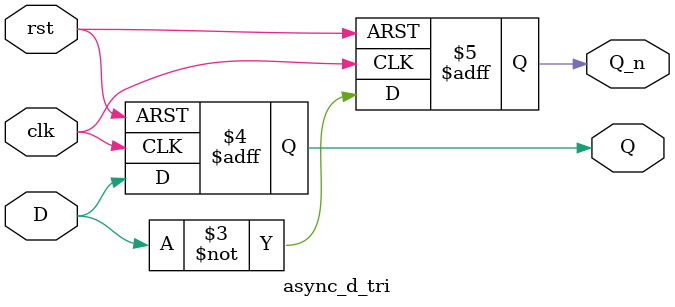
<source format=v>
`timescale 1ns / 1ps


module async_d_tri(
	input clk,
	input rst,
	input D,
	output reg Q,
	output reg Q_n
    );
	

	always @(posedge clk or negedge rst) begin 
		if(!rst) begin 
			Q = 0;
			Q_n = 1;
		end else begin 
			Q = D;
			Q_n = ~D;
		end
	end
endmodule

</source>
